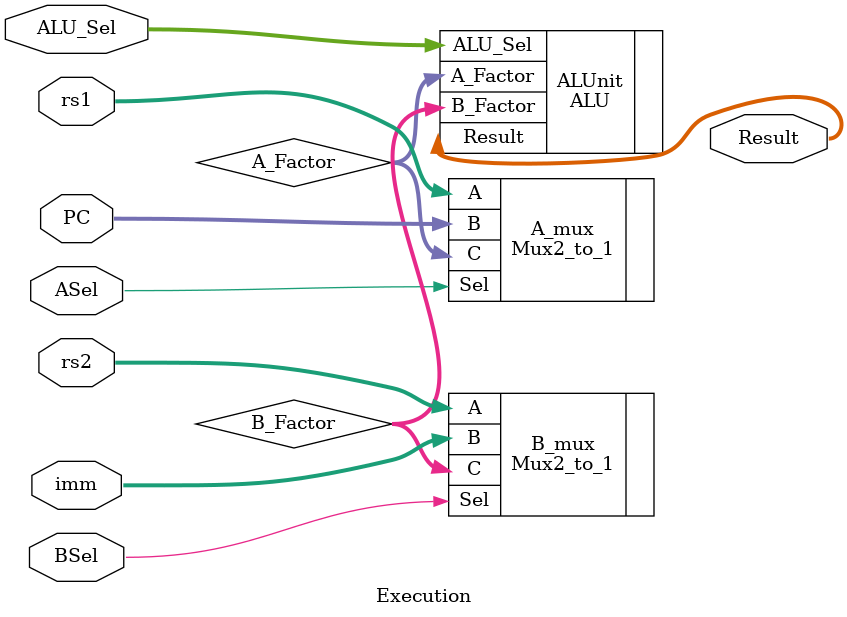
<source format=v>
`timescale 1ns / 1ps


module Execution #(
    parameter DATA_WIDTH = 32,
    parameter PC_WIDTH = 16,
    parameter OPERATION_NUMS = 16
)(
    input wire ASel,
    input wire BSel,
    input wire [$clog2(OPERATION_NUMS) - 1:0] ALU_Sel,
    input wire [PC_WIDTH - 1:0] PC,
    input wire [DATA_WIDTH - 1:0] rs1,
    input wire [DATA_WIDTH - 1:0] rs2,
    input wire [DATA_WIDTH - 1:0] imm,
    output wire [DATA_WIDTH - 1:0] Result
    );
    wire [DATA_WIDTH - 1:0] A_Factor;
    wire [DATA_WIDTH - 1:0] B_Factor;
    Mux2_to_1#(
        .DATA_WIDTH(DATA_WIDTH)
    )A_mux(
        .Sel(ASel),
        .A(rs1),
        .B(PC),
        .C(A_Factor)
    );
    Mux2_to_1#(
        .DATA_WIDTH(DATA_WIDTH)
    )B_mux(
        .Sel(BSel),
        .A(rs2),
        .B(imm),
        .C(B_Factor)
    );
    ALU#(
        .DATA_WIDTH(DATA_WIDTH),
        .OPERATION_NUMS(OPERATION_NUMS)
    )ALUnit(
        .ALU_Sel(ALU_Sel),
        .A_Factor(A_Factor),
        .B_Factor(B_Factor),
        .Result(Result)
    );
endmodule

</source>
